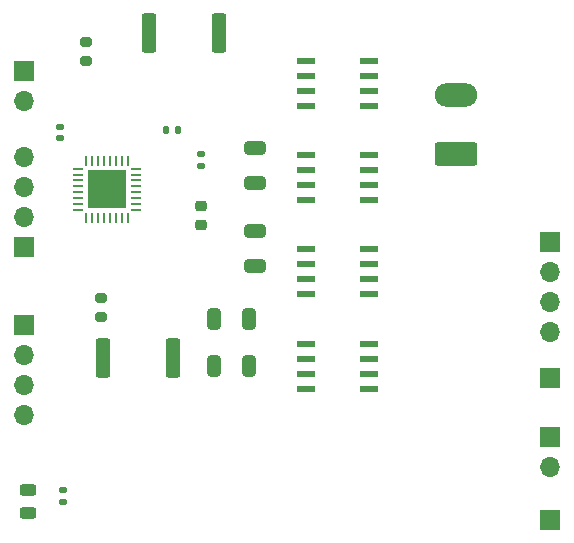
<source format=gbr>
%TF.GenerationSoftware,KiCad,Pcbnew,8.0.5*%
%TF.CreationDate,2024-10-31T12:59:41-07:00*%
%TF.ProjectId,team6_pcb,7465616d-365f-4706-9362-2e6b69636164,rev?*%
%TF.SameCoordinates,Original*%
%TF.FileFunction,Soldermask,Top*%
%TF.FilePolarity,Negative*%
%FSLAX46Y46*%
G04 Gerber Fmt 4.6, Leading zero omitted, Abs format (unit mm)*
G04 Created by KiCad (PCBNEW 8.0.5) date 2024-10-31 12:59:41*
%MOMM*%
%LPD*%
G01*
G04 APERTURE LIST*
G04 Aperture macros list*
%AMRoundRect*
0 Rectangle with rounded corners*
0 $1 Rounding radius*
0 $2 $3 $4 $5 $6 $7 $8 $9 X,Y pos of 4 corners*
0 Add a 4 corners polygon primitive as box body*
4,1,4,$2,$3,$4,$5,$6,$7,$8,$9,$2,$3,0*
0 Add four circle primitives for the rounded corners*
1,1,$1+$1,$2,$3*
1,1,$1+$1,$4,$5*
1,1,$1+$1,$6,$7*
1,1,$1+$1,$8,$9*
0 Add four rect primitives between the rounded corners*
20,1,$1+$1,$2,$3,$4,$5,0*
20,1,$1+$1,$4,$5,$6,$7,0*
20,1,$1+$1,$6,$7,$8,$9,0*
20,1,$1+$1,$8,$9,$2,$3,0*%
G04 Aperture macros list end*
%ADD10RoundRect,0.135000X0.185000X-0.135000X0.185000X0.135000X-0.185000X0.135000X-0.185000X-0.135000X0*%
%ADD11RoundRect,0.250000X1.550000X-0.750000X1.550000X0.750000X-1.550000X0.750000X-1.550000X-0.750000X0*%
%ADD12O,3.600000X2.000000*%
%ADD13RoundRect,0.250000X-0.325000X-0.650000X0.325000X-0.650000X0.325000X0.650000X-0.325000X0.650000X0*%
%ADD14R,1.500000X0.600000*%
%ADD15RoundRect,0.250000X-0.362500X-1.425000X0.362500X-1.425000X0.362500X1.425000X-0.362500X1.425000X0*%
%ADD16R,1.700000X1.700000*%
%ADD17O,1.700000X1.700000*%
%ADD18RoundRect,0.243750X0.456250X-0.243750X0.456250X0.243750X-0.456250X0.243750X-0.456250X-0.243750X0*%
%ADD19RoundRect,0.250000X0.650000X-0.325000X0.650000X0.325000X-0.650000X0.325000X-0.650000X-0.325000X0*%
%ADD20RoundRect,0.140000X-0.170000X0.140000X-0.170000X-0.140000X0.170000X-0.140000X0.170000X0.140000X0*%
%ADD21RoundRect,0.200000X0.275000X-0.200000X0.275000X0.200000X-0.275000X0.200000X-0.275000X-0.200000X0*%
%ADD22RoundRect,0.140000X0.140000X0.170000X-0.140000X0.170000X-0.140000X-0.170000X0.140000X-0.170000X0*%
%ADD23RoundRect,0.225000X-0.250000X0.225000X-0.250000X-0.225000X0.250000X-0.225000X0.250000X0.225000X0*%
%ADD24RoundRect,0.250000X-0.650000X0.325000X-0.650000X-0.325000X0.650000X-0.325000X0.650000X0.325000X0*%
%ADD25RoundRect,0.200000X-0.275000X0.200000X-0.275000X-0.200000X0.275000X-0.200000X0.275000X0.200000X0*%
%ADD26RoundRect,0.062500X-0.062500X0.375000X-0.062500X-0.375000X0.062500X-0.375000X0.062500X0.375000X0*%
%ADD27RoundRect,0.062500X-0.375000X0.062500X-0.375000X-0.062500X0.375000X-0.062500X0.375000X0.062500X0*%
%ADD28R,3.300000X3.300000*%
%ADD29RoundRect,0.250000X0.362500X1.425000X-0.362500X1.425000X-0.362500X-1.425000X0.362500X-1.425000X0*%
G04 APERTURE END LIST*
D10*
%TO.C,R3*%
X109781250Y-114457500D03*
X109781250Y-113437500D03*
%TD*%
D11*
%TO.C,P9*%
X143000000Y-85000000D03*
D12*
X143000000Y-80000000D03*
%TD*%
D13*
%TO.C,C8*%
X122525000Y-99000000D03*
X125475000Y-99000000D03*
%TD*%
D14*
%TO.C,Q3*%
X135700000Y-104905000D03*
X135700000Y-103635000D03*
X135700000Y-102365000D03*
X135700000Y-101095000D03*
X130300000Y-101095000D03*
X130300000Y-102365000D03*
X130300000Y-103635000D03*
X130300000Y-104905000D03*
%TD*%
D15*
%TO.C,R5*%
X113162500Y-102250000D03*
X119087500Y-102250000D03*
%TD*%
D16*
%TO.C,P8*%
X106437500Y-78000000D03*
D17*
X106437500Y-80540000D03*
%TD*%
D14*
%TO.C,Q4*%
X135700000Y-96905000D03*
X135700000Y-95635000D03*
X135700000Y-94365000D03*
X135700000Y-93095000D03*
X130300000Y-93095000D03*
X130300000Y-94365000D03*
X130300000Y-95635000D03*
X130300000Y-96905000D03*
%TD*%
%TO.C,Q1*%
X135700000Y-80905000D03*
X135700000Y-79635000D03*
X135700000Y-78365000D03*
X135700000Y-77095000D03*
X130300000Y-77095000D03*
X130300000Y-78365000D03*
X130300000Y-79635000D03*
X130300000Y-80905000D03*
%TD*%
D16*
%TO.C,P2*%
X151000000Y-109000000D03*
D17*
X151000000Y-111540000D03*
%TD*%
D18*
%TO.C,D1*%
X106781250Y-115375000D03*
X106781250Y-113500000D03*
%TD*%
D19*
%TO.C,C6*%
X126000000Y-94475000D03*
X126000000Y-91525000D03*
%TD*%
D20*
%TO.C,C2*%
X109474000Y-82730400D03*
X109474000Y-83690400D03*
%TD*%
D16*
%TO.C,P3*%
X106451400Y-92887800D03*
D17*
X106451400Y-90347800D03*
X106451400Y-87807800D03*
X106451400Y-85267800D03*
%TD*%
D20*
%TO.C,C4*%
X121437500Y-85040000D03*
X121437500Y-86000000D03*
%TD*%
D21*
%TO.C,R1*%
X111683800Y-77152000D03*
X111683800Y-75502000D03*
%TD*%
D16*
%TO.C,P10*%
X151000000Y-92460000D03*
D17*
X151000000Y-95000000D03*
X151000000Y-97540000D03*
X151000000Y-100080000D03*
%TD*%
D16*
%TO.C,P5*%
X151000000Y-116000000D03*
%TD*%
D22*
%TO.C,C3*%
X119480000Y-83000000D03*
X118520000Y-83000000D03*
%TD*%
D23*
%TO.C,C1*%
X121437500Y-89450000D03*
X121437500Y-91000000D03*
%TD*%
D13*
%TO.C,C7*%
X122525000Y-103000000D03*
X125475000Y-103000000D03*
%TD*%
D16*
%TO.C,P4*%
X151000000Y-104000000D03*
%TD*%
D24*
%TO.C,C5*%
X126000000Y-84525000D03*
X126000000Y-87475000D03*
%TD*%
D16*
%TO.C,P1*%
X106500000Y-99450000D03*
D17*
X106500000Y-101990000D03*
X106500000Y-104530000D03*
X106500000Y-107070000D03*
%TD*%
D25*
%TO.C,R2*%
X113000000Y-97175000D03*
X113000000Y-98825000D03*
%TD*%
D26*
%TO.C,IC1*%
X115229200Y-85565500D03*
X114729200Y-85565500D03*
X114229200Y-85565500D03*
X113729200Y-85565500D03*
X113229200Y-85565500D03*
X112729200Y-85565500D03*
X112229200Y-85565500D03*
X111729200Y-85565500D03*
D27*
X111041700Y-86253000D03*
X111041700Y-86753000D03*
X111041700Y-87253000D03*
X111041700Y-87753000D03*
X111041700Y-88253000D03*
X111041700Y-88753000D03*
X111041700Y-89253000D03*
X111041700Y-89753000D03*
D26*
X111729200Y-90440500D03*
X112229200Y-90440500D03*
X112729200Y-90440500D03*
X113229200Y-90440500D03*
X113729200Y-90440500D03*
X114229200Y-90440500D03*
X114729200Y-90440500D03*
X115229200Y-90440500D03*
D27*
X115916700Y-89753000D03*
X115916700Y-89253000D03*
X115916700Y-88753000D03*
X115916700Y-88253000D03*
X115916700Y-87753000D03*
X115916700Y-87253000D03*
X115916700Y-86753000D03*
X115916700Y-86253000D03*
D28*
X113479200Y-88003000D03*
%TD*%
D14*
%TO.C,Q2*%
X135700000Y-88905000D03*
X135700000Y-87635000D03*
X135700000Y-86365000D03*
X135700000Y-85095000D03*
X130300000Y-85095000D03*
X130300000Y-86365000D03*
X130300000Y-87635000D03*
X130300000Y-88905000D03*
%TD*%
D29*
%TO.C,R4*%
X122962500Y-74750000D03*
X117037500Y-74750000D03*
%TD*%
M02*

</source>
